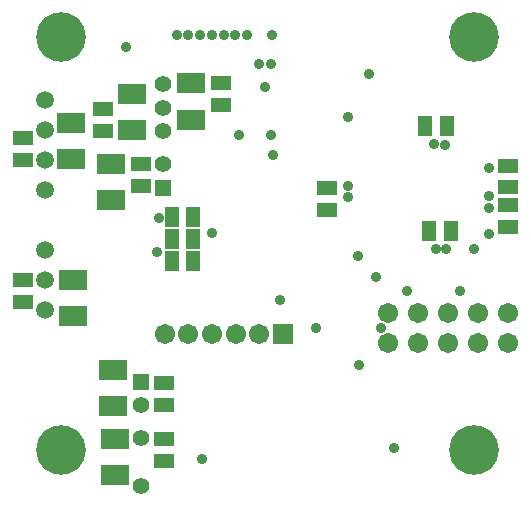
<source format=gbs>
G04*
G04 #@! TF.GenerationSoftware,Altium Limited,Altium Designer,23.11.1 (41)*
G04*
G04 Layer_Color=16711935*
%FSLAX43Y43*%
%MOMM*%
G71*
G04*
G04 #@! TF.SameCoordinates,D39783C5-6E33-4812-9A3B-6E021FC33A11*
G04*
G04*
G04 #@! TF.FilePolarity,Negative*
G04*
G01*
G75*
%ADD16R,1.253X1.703*%
%ADD17R,1.703X1.253*%
%ADD27R,1.403X1.403*%
%ADD28C,1.403*%
%ADD29C,1.506*%
%ADD30C,1.703*%
%ADD31R,1.703X1.703*%
%ADD32C,4.203*%
%ADD33C,0.903*%
%ADD56R,2.453X1.803*%
D16*
X14380Y22875D02*
D03*
X16230D02*
D03*
X14380Y21000D02*
D03*
X16230D02*
D03*
X14375Y24750D02*
D03*
X16225D02*
D03*
X36175Y23550D02*
D03*
X38025D02*
D03*
X37675Y32425D02*
D03*
X35825D02*
D03*
D17*
X18600Y34200D02*
D03*
Y36050D02*
D03*
X11800Y29225D02*
D03*
Y27375D02*
D03*
X1775Y29575D02*
D03*
Y31425D02*
D03*
X27525Y25350D02*
D03*
Y27200D02*
D03*
X42850Y23900D02*
D03*
Y25750D02*
D03*
Y27250D02*
D03*
Y29100D02*
D03*
X13750Y4100D02*
D03*
Y5950D02*
D03*
X8575Y33900D02*
D03*
Y32050D02*
D03*
X13750Y10700D02*
D03*
Y8850D02*
D03*
X1775Y17550D02*
D03*
Y19400D02*
D03*
D27*
X13625Y27200D02*
D03*
X11825Y10800D02*
D03*
D28*
X13625Y29200D02*
D03*
Y32000D02*
D03*
Y36000D02*
D03*
Y34000D02*
D03*
X11825Y2000D02*
D03*
Y6000D02*
D03*
Y8800D02*
D03*
D29*
X3645Y16860D02*
D03*
Y19400D02*
D03*
Y21940D02*
D03*
Y27020D02*
D03*
Y29560D02*
D03*
Y32100D02*
D03*
Y34640D02*
D03*
D30*
X32705Y16615D02*
D03*
X35245D02*
D03*
X37785D02*
D03*
Y14075D02*
D03*
X35245D02*
D03*
X32705D02*
D03*
X40325Y16615D02*
D03*
X42865D02*
D03*
Y14075D02*
D03*
X40325D02*
D03*
X15800Y14842D02*
D03*
X13800D02*
D03*
X21800D02*
D03*
X19800D02*
D03*
X17800D02*
D03*
D31*
X23800D02*
D03*
D32*
X5000Y40000D02*
D03*
X40000D02*
D03*
Y5000D02*
D03*
X5000D02*
D03*
D33*
X32104Y15367D02*
D03*
X37550Y30875D02*
D03*
X20075Y31675D02*
D03*
X22271Y35734D02*
D03*
X22940Y29975D02*
D03*
X34295Y18453D02*
D03*
X38805D02*
D03*
X22766Y31675D02*
D03*
X26608Y15367D02*
D03*
X41225Y25525D02*
D03*
X36625Y30895D02*
D03*
X37650Y22036D02*
D03*
X36750D02*
D03*
X41234Y28925D02*
D03*
X41237Y26518D02*
D03*
X29340Y33210D02*
D03*
X30125Y21475D02*
D03*
X29275Y27364D02*
D03*
Y26464D02*
D03*
X13110Y21800D02*
D03*
X13321Y24650D02*
D03*
X23525Y17700D02*
D03*
X22800Y37700D02*
D03*
X21800D02*
D03*
X31680Y19650D02*
D03*
X17775Y23400D02*
D03*
X30254Y12243D02*
D03*
X39950Y22075D02*
D03*
X41225Y23275D02*
D03*
X31112Y36812D02*
D03*
X33175Y5200D02*
D03*
X10550Y39100D02*
D03*
X14800Y40150D02*
D03*
X16800D02*
D03*
X15800D02*
D03*
X22900D02*
D03*
X20800D02*
D03*
X18800D02*
D03*
X17800D02*
D03*
X19775D02*
D03*
X16975Y4225D02*
D03*
D56*
X16025Y36050D02*
D03*
Y33000D02*
D03*
X9275Y26150D02*
D03*
Y29200D02*
D03*
X9625Y2900D02*
D03*
Y5950D02*
D03*
X9460Y11825D02*
D03*
Y8775D02*
D03*
X5900Y32675D02*
D03*
Y29625D02*
D03*
X11050Y32075D02*
D03*
Y35125D02*
D03*
X6064Y19400D02*
D03*
Y16350D02*
D03*
M02*

</source>
